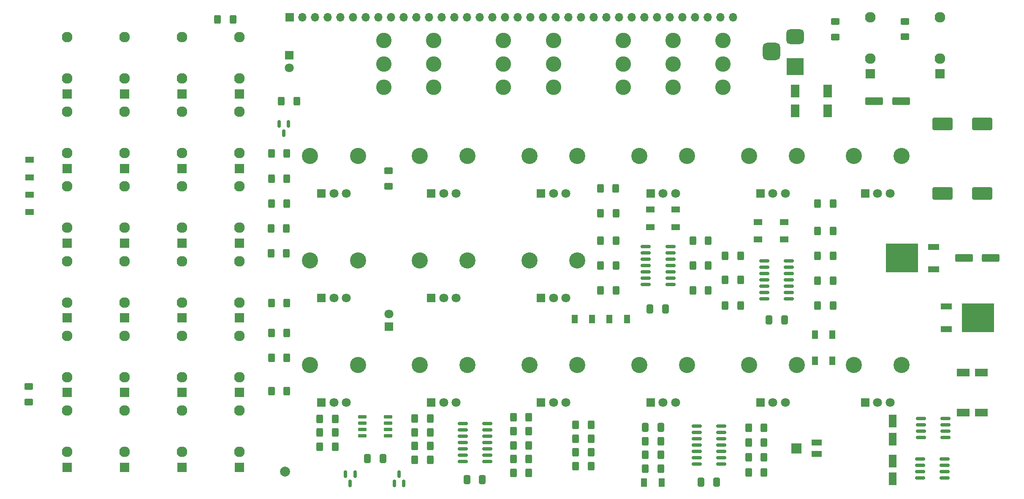
<source format=gbr>
%TF.GenerationSoftware,KiCad,Pcbnew,6.0.9-8da3e8f707~116~ubuntu22.04.1*%
%TF.CreationDate,2022-11-22T22:51:57+01:00*%
%TF.ProjectId,polykit-x-monosynth,706f6c79-6b69-4742-9d78-2d6d6f6e6f73,v0.0.3*%
%TF.SameCoordinates,Original*%
%TF.FileFunction,Soldermask,Top*%
%TF.FilePolarity,Negative*%
%FSLAX46Y46*%
G04 Gerber Fmt 4.6, Leading zero omitted, Abs format (unit mm)*
G04 Created by KiCad (PCBNEW 6.0.9-8da3e8f707~116~ubuntu22.04.1) date 2022-11-22 22:51:57*
%MOMM*%
%LPD*%
G01*
G04 APERTURE LIST*
G04 Aperture macros list*
%AMRoundRect*
0 Rectangle with rounded corners*
0 $1 Rounding radius*
0 $2 $3 $4 $5 $6 $7 $8 $9 X,Y pos of 4 corners*
0 Add a 4 corners polygon primitive as box body*
4,1,4,$2,$3,$4,$5,$6,$7,$8,$9,$2,$3,0*
0 Add four circle primitives for the rounded corners*
1,1,$1+$1,$2,$3*
1,1,$1+$1,$4,$5*
1,1,$1+$1,$6,$7*
1,1,$1+$1,$8,$9*
0 Add four rect primitives between the rounded corners*
20,1,$1+$1,$2,$3,$4,$5,0*
20,1,$1+$1,$4,$5,$6,$7,0*
20,1,$1+$1,$6,$7,$8,$9,0*
20,1,$1+$1,$8,$9,$2,$3,0*%
G04 Aperture macros list end*
%ADD10RoundRect,0.250000X0.625000X-0.400000X0.625000X0.400000X-0.625000X0.400000X-0.625000X-0.400000X0*%
%ADD11R,1.930000X1.830000*%
%ADD12C,2.130000*%
%ADD13C,3.100000*%
%ADD14RoundRect,0.250000X-0.400000X-0.625000X0.400000X-0.625000X0.400000X0.625000X-0.400000X0.625000X0*%
%ADD15RoundRect,0.250000X-0.550000X1.050000X-0.550000X-1.050000X0.550000X-1.050000X0.550000X1.050000X0*%
%ADD16RoundRect,0.250000X-0.412500X-0.650000X0.412500X-0.650000X0.412500X0.650000X-0.412500X0.650000X0*%
%ADD17RoundRect,0.250000X0.400000X0.625000X-0.400000X0.625000X-0.400000X-0.625000X0.400000X-0.625000X0*%
%ADD18RoundRect,0.250000X0.412500X0.650000X-0.412500X0.650000X-0.412500X-0.650000X0.412500X-0.650000X0*%
%ADD19RoundRect,0.150000X-0.150000X0.587500X-0.150000X-0.587500X0.150000X-0.587500X0.150000X0.587500X0*%
%ADD20R,3.500000X3.500000*%
%ADD21RoundRect,0.750000X-1.000000X0.750000X-1.000000X-0.750000X1.000000X-0.750000X1.000000X0.750000X0*%
%ADD22RoundRect,0.875000X-0.875000X0.875000X-0.875000X-0.875000X0.875000X-0.875000X0.875000X0.875000X0*%
%ADD23RoundRect,0.150000X-0.825000X-0.150000X0.825000X-0.150000X0.825000X0.150000X-0.825000X0.150000X0*%
%ADD24R,1.700000X1.300000*%
%ADD25C,3.240000*%
%ADD26R,1.800000X1.800000*%
%ADD27C,1.800000*%
%ADD28R,2.200000X1.200000*%
%ADD29R,6.400000X5.800000*%
%ADD30R,1.300000X1.700000*%
%ADD31RoundRect,0.150000X0.150000X-0.587500X0.150000X0.587500X-0.150000X0.587500X-0.150000X-0.587500X0*%
%ADD32C,2.000000*%
%ADD33R,2.000000X1.300000*%
%ADD34R,2.000000X2.000000*%
%ADD35R,1.700000X1.700000*%
%ADD36O,1.700000X1.700000*%
%ADD37R,1.800000X2.500000*%
%ADD38RoundRect,0.150000X-0.725000X-0.150000X0.725000X-0.150000X0.725000X0.150000X-0.725000X0.150000X0*%
%ADD39RoundRect,0.250000X-1.500000X-0.550000X1.500000X-0.550000X1.500000X0.550000X-1.500000X0.550000X0*%
%ADD40RoundRect,0.250000X1.050000X0.550000X-1.050000X0.550000X-1.050000X-0.550000X1.050000X-0.550000X0*%
%ADD41RoundRect,0.250000X-1.050000X-0.550000X1.050000X-0.550000X1.050000X0.550000X-1.050000X0.550000X0*%
%ADD42RoundRect,0.250000X0.550000X-1.050000X0.550000X1.050000X-0.550000X1.050000X-0.550000X-1.050000X0*%
%ADD43RoundRect,0.250000X1.750000X1.000000X-1.750000X1.000000X-1.750000X-1.000000X1.750000X-1.000000X0*%
%ADD44RoundRect,0.250000X-1.750000X-1.000000X1.750000X-1.000000X1.750000X1.000000X-1.750000X1.000000X0*%
G04 APERTURE END LIST*
D10*
%TO.C,R2*%
X54800000Y-143900000D03*
X54800000Y-140800000D03*
%TD*%
D11*
%TO.C,J23*%
X85500000Y-142000000D03*
D12*
X85500000Y-130600000D03*
X85500000Y-138900000D03*
%TD*%
D13*
%TO.C,SW7*%
X126000000Y-80700000D03*
X126000000Y-76000000D03*
X126000000Y-71300000D03*
%TD*%
D14*
%TO.C,R5*%
X103450000Y-94000000D03*
X106550000Y-94000000D03*
%TD*%
D15*
%TO.C,C7*%
X228000000Y-155750000D03*
X228000000Y-159350000D03*
%TD*%
D11*
%TO.C,J15*%
X74000000Y-112000000D03*
D12*
X74000000Y-100600000D03*
X74000000Y-108900000D03*
%TD*%
D16*
%TO.C,C11*%
X203187500Y-127400000D03*
X206312500Y-127400000D03*
%TD*%
D17*
%TO.C,R22*%
X216050000Y-104000000D03*
X212950000Y-104000000D03*
%TD*%
D14*
%TO.C,R19*%
X164450000Y-151250000D03*
X167550000Y-151250000D03*
%TD*%
D17*
%TO.C,R45*%
X106550000Y-130000000D03*
X103450000Y-130000000D03*
%TD*%
D11*
%TO.C,J18*%
X97000000Y-82000000D03*
D12*
X97000000Y-70600000D03*
X97000000Y-78900000D03*
%TD*%
D18*
%TO.C,C9*%
X181512500Y-149025000D03*
X178387500Y-149025000D03*
%TD*%
D19*
%TO.C,Q2*%
X120200000Y-158362500D03*
X118300000Y-158362500D03*
X119250000Y-160237500D03*
%TD*%
D11*
%TO.C,J16*%
X85500000Y-97000000D03*
D12*
X85500000Y-85600000D03*
X85500000Y-93900000D03*
%TD*%
D19*
%TO.C,Q1*%
X106900000Y-88062500D03*
X105000000Y-88062500D03*
X105950000Y-89937500D03*
%TD*%
D14*
%TO.C,R1*%
X105450000Y-83500000D03*
X108550000Y-83500000D03*
%TD*%
D20*
%TO.C,J7*%
X208457500Y-76500000D03*
D21*
X208457500Y-70500000D03*
D22*
X203757500Y-73500000D03*
%TD*%
D11*
%TO.C,J2*%
X237500000Y-78000000D03*
D12*
X237500000Y-66600000D03*
X237500000Y-74900000D03*
%TD*%
D14*
%TO.C,R47*%
X113160000Y-150050000D03*
X116260000Y-150050000D03*
%TD*%
%TO.C,R43*%
X92650000Y-67000000D03*
X95750000Y-67000000D03*
%TD*%
D11*
%TO.C,J1*%
X223500000Y-78000000D03*
D12*
X223500000Y-66600000D03*
X223500000Y-74900000D03*
%TD*%
D23*
%TO.C,U8*%
X141800000Y-148230000D03*
X141800000Y-149500000D03*
X141800000Y-150770000D03*
X141800000Y-152040000D03*
X141800000Y-153310000D03*
X141800000Y-154580000D03*
X141800000Y-155850000D03*
X146750000Y-155850000D03*
X146750000Y-154580000D03*
X146750000Y-153310000D03*
X146750000Y-152040000D03*
X146750000Y-150770000D03*
X146750000Y-149500000D03*
X146750000Y-148230000D03*
%TD*%
D11*
%TO.C,J9*%
X62500000Y-112000000D03*
D12*
X62500000Y-100600000D03*
X62500000Y-108900000D03*
%TD*%
D13*
%TO.C,SW1*%
X136000000Y-80700000D03*
X136000000Y-76000000D03*
X136000000Y-71300000D03*
%TD*%
D11*
%TO.C,J12*%
X85500000Y-112000000D03*
D12*
X85500000Y-100600000D03*
X85500000Y-108900000D03*
%TD*%
D24*
%TO.C,D14*%
X55000000Y-105750000D03*
X55000000Y-102250000D03*
%TD*%
D25*
%TO.C,RV9*%
X208800000Y-136500000D03*
X199200000Y-136500000D03*
D26*
X201500000Y-144000000D03*
D27*
X204000000Y-144000000D03*
X206500000Y-144000000D03*
%TD*%
D25*
%TO.C,RV2*%
X155200000Y-115500000D03*
X164800000Y-115500000D03*
D26*
X157500000Y-123000000D03*
D27*
X160000000Y-123000000D03*
X162500000Y-123000000D03*
%TD*%
D13*
%TO.C,SW3*%
X184000000Y-71300000D03*
X184000000Y-76000000D03*
X184000000Y-80700000D03*
%TD*%
D26*
%TO.C,D5*%
X127000000Y-128750000D03*
D27*
X127000000Y-126210000D03*
%TD*%
D14*
%TO.C,R13*%
X199125000Y-155040000D03*
X202225000Y-155040000D03*
%TD*%
D11*
%TO.C,J4*%
X74000000Y-82000000D03*
D12*
X74000000Y-70600000D03*
X74000000Y-78900000D03*
%TD*%
D17*
%TO.C,R52*%
X155050000Y-152600000D03*
X151950000Y-152600000D03*
%TD*%
D14*
%TO.C,R16*%
X164450000Y-156750000D03*
X167550000Y-156750000D03*
%TD*%
D13*
%TO.C,SW5*%
X150000000Y-80700000D03*
X150000000Y-76000000D03*
X150000000Y-71300000D03*
%TD*%
D25*
%TO.C,RV16*%
X120800000Y-94500000D03*
X111200000Y-94500000D03*
D26*
X113500000Y-102000000D03*
D27*
X116000000Y-102000000D03*
X118500000Y-102000000D03*
%TD*%
D10*
%TO.C,R4*%
X230500000Y-70550000D03*
X230500000Y-67450000D03*
%TD*%
D17*
%TO.C,R18*%
X167550000Y-154000000D03*
X164450000Y-154000000D03*
%TD*%
D25*
%TO.C,RV4*%
X133200000Y-136500000D03*
X142800000Y-136500000D03*
D26*
X135500000Y-144000000D03*
D27*
X138000000Y-144000000D03*
X140500000Y-144000000D03*
%TD*%
D25*
%TO.C,RV7*%
X155200000Y-136500000D03*
X164800000Y-136500000D03*
D26*
X157500000Y-144000000D03*
D27*
X160000000Y-144000000D03*
X162500000Y-144000000D03*
%TD*%
D28*
%TO.C,U1*%
X238800000Y-124720000D03*
D29*
X245100000Y-127000000D03*
D28*
X238800000Y-129280000D03*
%TD*%
D30*
%TO.C,D13*%
X212450000Y-130400000D03*
X215950000Y-130400000D03*
%TD*%
D31*
%TO.C,Q3*%
X128075000Y-160262500D03*
X129975000Y-160262500D03*
X129025000Y-158387500D03*
%TD*%
D11*
%TO.C,J27*%
X85500000Y-127000000D03*
D12*
X85500000Y-115600000D03*
X85500000Y-123900000D03*
%TD*%
D24*
%TO.C,D6*%
X201000000Y-107750000D03*
X201000000Y-111250000D03*
%TD*%
D17*
%TO.C,R57*%
X155050000Y-147000000D03*
X151950000Y-147000000D03*
%TD*%
D32*
%TO.C,J25*%
X106190000Y-157900000D03*
%TD*%
D25*
%TO.C,RV8*%
X177200000Y-136500000D03*
X186800000Y-136500000D03*
D26*
X179500000Y-144000000D03*
D27*
X182000000Y-144000000D03*
X184500000Y-144000000D03*
%TD*%
D14*
%TO.C,R12*%
X199125000Y-152040000D03*
X202225000Y-152040000D03*
%TD*%
D17*
%TO.C,R58*%
X106550000Y-124000000D03*
X103450000Y-124000000D03*
%TD*%
D25*
%TO.C,RV1*%
X133200000Y-115500000D03*
X142800000Y-115500000D03*
D26*
X135500000Y-123000000D03*
D27*
X138000000Y-123000000D03*
X140500000Y-123000000D03*
%TD*%
D30*
%TO.C,D12*%
X212450000Y-135600000D03*
X215950000Y-135600000D03*
%TD*%
D25*
%TO.C,RV10*%
X229800000Y-136500000D03*
X220200000Y-136500000D03*
D26*
X222500000Y-144000000D03*
D27*
X225000000Y-144000000D03*
X227500000Y-144000000D03*
%TD*%
D33*
%TO.C,RV3*%
X212750000Y-154368500D03*
D34*
X208750000Y-153218500D03*
D33*
X212750000Y-152068500D03*
%TD*%
D14*
%TO.C,R11*%
X178400000Y-154500000D03*
X181500000Y-154500000D03*
%TD*%
%TO.C,R38*%
X187950000Y-116500000D03*
X191050000Y-116500000D03*
%TD*%
D10*
%TO.C,R42*%
X126900000Y-100550000D03*
X126900000Y-97450000D03*
%TD*%
D14*
%TO.C,R10*%
X178425000Y-151750000D03*
X181525000Y-151750000D03*
%TD*%
%TO.C,R24*%
X194450000Y-114500000D03*
X197550000Y-114500000D03*
%TD*%
%TO.C,R50*%
X132200000Y-152750000D03*
X135300000Y-152750000D03*
%TD*%
%TO.C,R54*%
X132200000Y-147250000D03*
X135300000Y-147250000D03*
%TD*%
%TO.C,R21*%
X103450000Y-141750000D03*
X106550000Y-141750000D03*
%TD*%
%TO.C,R23*%
X103350000Y-114000000D03*
X106450000Y-114000000D03*
%TD*%
D28*
%TO.C,U2*%
X236200000Y-117280000D03*
D29*
X229900000Y-115000000D03*
D28*
X236200000Y-112720000D03*
%TD*%
D35*
%TO.C,J6*%
X107150000Y-66600000D03*
D36*
X109690000Y-66600000D03*
X112230000Y-66600000D03*
X114770000Y-66600000D03*
X117310000Y-66600000D03*
X119850000Y-66600000D03*
X122390000Y-66600000D03*
X124930000Y-66600000D03*
X127470000Y-66600000D03*
X130010000Y-66600000D03*
X132550000Y-66600000D03*
X135090000Y-66600000D03*
X137630000Y-66600000D03*
X140170000Y-66600000D03*
X142710000Y-66600000D03*
X145250000Y-66600000D03*
X147790000Y-66600000D03*
X150330000Y-66600000D03*
X152870000Y-66600000D03*
X155410000Y-66600000D03*
X157950000Y-66600000D03*
X160490000Y-66600000D03*
X163030000Y-66600000D03*
X165570000Y-66600000D03*
X168110000Y-66600000D03*
X170650000Y-66600000D03*
X173190000Y-66600000D03*
X175730000Y-66600000D03*
X178270000Y-66600000D03*
X180810000Y-66600000D03*
X183350000Y-66600000D03*
X185890000Y-66600000D03*
X188430000Y-66600000D03*
X190970000Y-66600000D03*
X193510000Y-66600000D03*
X196050000Y-66600000D03*
%TD*%
D24*
%TO.C,D10*%
X184500000Y-105250000D03*
X184500000Y-108750000D03*
%TD*%
D16*
%TO.C,C10*%
X189612500Y-160040000D03*
X192737500Y-160040000D03*
%TD*%
D14*
%TO.C,R17*%
X164450000Y-148500000D03*
X167550000Y-148500000D03*
%TD*%
D37*
%TO.C,D2*%
X215000000Y-81400000D03*
X215000000Y-85400000D03*
%TD*%
D11*
%TO.C,J11*%
X97000000Y-112000000D03*
D12*
X97000000Y-100600000D03*
X97000000Y-108900000D03*
%TD*%
D14*
%TO.C,R26*%
X194450000Y-124500000D03*
X197550000Y-124500000D03*
%TD*%
D38*
%TO.C,U9*%
X121675000Y-146845000D03*
X121675000Y-148115000D03*
X121675000Y-149385000D03*
X121675000Y-150655000D03*
X126825000Y-150655000D03*
X126825000Y-149385000D03*
X126825000Y-148115000D03*
X126825000Y-146845000D03*
%TD*%
D11*
%TO.C,J17*%
X97000000Y-97000000D03*
D12*
X97000000Y-85600000D03*
X97000000Y-93900000D03*
%TD*%
D14*
%TO.C,R14*%
X178400000Y-157250000D03*
X181500000Y-157250000D03*
%TD*%
D39*
%TO.C,C4*%
X224300000Y-83500000D03*
X229700000Y-83500000D03*
%TD*%
D11*
%TO.C,J22*%
X74000000Y-142000000D03*
D12*
X74000000Y-130600000D03*
X74000000Y-138900000D03*
%TD*%
D26*
%TO.C,D1*%
X107000000Y-74225000D03*
D27*
X107000000Y-76765000D03*
%TD*%
D14*
%TO.C,R48*%
X113150000Y-152880000D03*
X116250000Y-152880000D03*
%TD*%
%TO.C,R34*%
X212950000Y-124500000D03*
X216050000Y-124500000D03*
%TD*%
D11*
%TO.C,J10*%
X74000000Y-97000000D03*
D12*
X74000000Y-85600000D03*
X74000000Y-93900000D03*
%TD*%
D17*
%TO.C,R56*%
X155050000Y-149750000D03*
X151950000Y-149750000D03*
%TD*%
D11*
%TO.C,J8*%
X74000000Y-157000000D03*
D12*
X74000000Y-145600000D03*
X74000000Y-153900000D03*
%TD*%
D11*
%TO.C,J20*%
X85500000Y-157000000D03*
D12*
X85500000Y-145600000D03*
X85500000Y-153900000D03*
%TD*%
D11*
%TO.C,J13*%
X62500000Y-82000000D03*
D12*
X62500000Y-70600000D03*
X62500000Y-78900000D03*
%TD*%
D10*
%TO.C,R3*%
X216500000Y-70600000D03*
X216500000Y-67500000D03*
%TD*%
D25*
%TO.C,RV13*%
X164800000Y-94500000D03*
X155200000Y-94500000D03*
D26*
X157500000Y-102000000D03*
D27*
X160000000Y-102000000D03*
X162500000Y-102000000D03*
%TD*%
D11*
%TO.C,J14*%
X62500000Y-97000000D03*
D12*
X62500000Y-85600000D03*
X62500000Y-93900000D03*
%TD*%
D11*
%TO.C,J28*%
X97000000Y-157000000D03*
D12*
X97000000Y-145600000D03*
X97000000Y-153900000D03*
%TD*%
D40*
%TO.C,C6*%
X245800000Y-146000000D03*
X242200000Y-146000000D03*
%TD*%
D14*
%TO.C,R51*%
X132200000Y-150000000D03*
X135300000Y-150000000D03*
%TD*%
%TO.C,R32*%
X103450000Y-99000000D03*
X106550000Y-99000000D03*
%TD*%
D24*
%TO.C,D15*%
X55000000Y-98750000D03*
X55000000Y-95250000D03*
%TD*%
%TO.C,D11*%
X179400000Y-108750000D03*
X179400000Y-105250000D03*
%TD*%
D14*
%TO.C,R28*%
X103450000Y-104000000D03*
X106550000Y-104000000D03*
%TD*%
%TO.C,R35*%
X187950000Y-121500000D03*
X191050000Y-121500000D03*
%TD*%
D17*
%TO.C,R49*%
X135300000Y-155500000D03*
X132200000Y-155500000D03*
%TD*%
D11*
%TO.C,J5*%
X85500000Y-82000000D03*
D12*
X85500000Y-70600000D03*
X85500000Y-78900000D03*
%TD*%
D11*
%TO.C,J26*%
X74000000Y-127000000D03*
D12*
X74000000Y-115600000D03*
X74000000Y-123900000D03*
%TD*%
D25*
%TO.C,RV6*%
X229800000Y-94500000D03*
X220200000Y-94500000D03*
D26*
X222500000Y-102000000D03*
D27*
X225000000Y-102000000D03*
X227500000Y-102000000D03*
%TD*%
D30*
%TO.C,D4*%
X178180000Y-160110000D03*
X181680000Y-160110000D03*
%TD*%
D17*
%TO.C,R41*%
X191050000Y-111500000D03*
X187950000Y-111500000D03*
%TD*%
D25*
%TO.C,RV12*%
X199200000Y-94500000D03*
X208800000Y-94500000D03*
D26*
X201500000Y-102000000D03*
D27*
X204000000Y-102000000D03*
X206500000Y-102000000D03*
%TD*%
D17*
%TO.C,R27*%
X172550000Y-106000000D03*
X169450000Y-106000000D03*
%TD*%
D14*
%TO.C,R30*%
X103350000Y-109000000D03*
X106450000Y-109000000D03*
%TD*%
D23*
%TO.C,U4*%
X233675000Y-147195000D03*
X233675000Y-148465000D03*
X233675000Y-149735000D03*
X233675000Y-151005000D03*
X238625000Y-151005000D03*
X238625000Y-149735000D03*
X238625000Y-148465000D03*
X238625000Y-147195000D03*
%TD*%
D11*
%TO.C,J19*%
X97000000Y-142000000D03*
D12*
X97000000Y-130600000D03*
X97000000Y-138900000D03*
%TD*%
D25*
%TO.C,RV11*%
X186800000Y-94500000D03*
X177200000Y-94500000D03*
D26*
X179500000Y-102000000D03*
D27*
X182000000Y-102000000D03*
X184500000Y-102000000D03*
%TD*%
D16*
%TO.C,C13*%
X142637500Y-159500000D03*
X145762500Y-159500000D03*
%TD*%
D25*
%TO.C,RV5*%
X111200000Y-136500000D03*
X120800000Y-136500000D03*
D26*
X113500000Y-144000000D03*
D27*
X116000000Y-144000000D03*
X118500000Y-144000000D03*
%TD*%
D17*
%TO.C,R40*%
X216050000Y-114500000D03*
X212950000Y-114500000D03*
%TD*%
D41*
%TO.C,C5*%
X242200000Y-138000000D03*
X245800000Y-138000000D03*
%TD*%
D11*
%TO.C,J21*%
X62500000Y-127000000D03*
D12*
X62500000Y-115600000D03*
X62500000Y-123900000D03*
%TD*%
D25*
%TO.C,RV14*%
X142800000Y-94500000D03*
X133200000Y-94500000D03*
D26*
X135500000Y-102000000D03*
D27*
X138000000Y-102000000D03*
X140500000Y-102000000D03*
%TD*%
D25*
%TO.C,RV15*%
X111200000Y-115500000D03*
X120800000Y-115500000D03*
D26*
X113500000Y-123000000D03*
D27*
X116000000Y-123000000D03*
X118500000Y-123000000D03*
%TD*%
D14*
%TO.C,R29*%
X212950000Y-109500000D03*
X216050000Y-109500000D03*
%TD*%
%TO.C,R39*%
X169450000Y-121500000D03*
X172550000Y-121500000D03*
%TD*%
D11*
%TO.C,J24*%
X62500000Y-142000000D03*
D12*
X62500000Y-130600000D03*
X62500000Y-138900000D03*
%TD*%
D23*
%TO.C,U5*%
X188700000Y-148730000D03*
X188700000Y-150000000D03*
X188700000Y-151270000D03*
X188700000Y-152540000D03*
X188700000Y-153810000D03*
X188700000Y-155080000D03*
X188700000Y-156350000D03*
X193650000Y-156350000D03*
X193650000Y-155080000D03*
X193650000Y-153810000D03*
X193650000Y-152540000D03*
X193650000Y-151270000D03*
X193650000Y-150000000D03*
X193650000Y-148730000D03*
%TD*%
D13*
%TO.C,SW4*%
X174000000Y-71300000D03*
X174000000Y-76000000D03*
X174000000Y-80700000D03*
%TD*%
D23*
%TO.C,U6*%
X202275000Y-115590000D03*
X202275000Y-116860000D03*
X202275000Y-118130000D03*
X202275000Y-119400000D03*
X202275000Y-120670000D03*
X202275000Y-121940000D03*
X202275000Y-123210000D03*
X207225000Y-123210000D03*
X207225000Y-121940000D03*
X207225000Y-120670000D03*
X207225000Y-119400000D03*
X207225000Y-118130000D03*
X207225000Y-116860000D03*
X207225000Y-115590000D03*
%TD*%
D42*
%TO.C,C8*%
X228000000Y-151350000D03*
X228000000Y-147750000D03*
%TD*%
D17*
%TO.C,R46*%
X106550000Y-135000000D03*
X103450000Y-135000000D03*
%TD*%
D14*
%TO.C,R44*%
X113150000Y-147280000D03*
X116250000Y-147280000D03*
%TD*%
D37*
%TO.C,D3*%
X208500000Y-81400000D03*
X208500000Y-85400000D03*
%TD*%
D14*
%TO.C,R31*%
X169400000Y-101000000D03*
X172500000Y-101000000D03*
%TD*%
D16*
%TO.C,C12*%
X179337500Y-125200000D03*
X182462500Y-125200000D03*
%TD*%
D13*
%TO.C,SW2*%
X194000000Y-71300000D03*
X194000000Y-76000000D03*
X194000000Y-80700000D03*
%TD*%
D17*
%TO.C,R53*%
X155050000Y-155350000D03*
X151950000Y-155350000D03*
%TD*%
D11*
%TO.C,J3*%
X62500000Y-157000000D03*
D12*
X62500000Y-145600000D03*
X62500000Y-153900000D03*
%TD*%
D13*
%TO.C,SW6*%
X160000000Y-80700000D03*
X160000000Y-76000000D03*
X160000000Y-71300000D03*
%TD*%
D43*
%TO.C,C2*%
X246000000Y-102000000D03*
X238000000Y-102000000D03*
%TD*%
D23*
%TO.C,U7*%
X178525000Y-112690000D03*
X178525000Y-113960000D03*
X178525000Y-115230000D03*
X178525000Y-116500000D03*
X178525000Y-117770000D03*
X178525000Y-119040000D03*
X178525000Y-120310000D03*
X183475000Y-120310000D03*
X183475000Y-119040000D03*
X183475000Y-117770000D03*
X183475000Y-116500000D03*
X183475000Y-115230000D03*
X183475000Y-113960000D03*
X183475000Y-112690000D03*
%TD*%
D11*
%TO.C,J29*%
X97000000Y-127000000D03*
D12*
X97000000Y-115600000D03*
X97000000Y-123900000D03*
%TD*%
D14*
%TO.C,R55*%
X151950000Y-158100000D03*
X155050000Y-158100000D03*
%TD*%
D24*
%TO.C,D7*%
X206300000Y-107750000D03*
X206300000Y-111250000D03*
%TD*%
D44*
%TO.C,C1*%
X238000000Y-88000000D03*
X246000000Y-88000000D03*
%TD*%
D39*
%TO.C,C3*%
X242300000Y-115000000D03*
X247700000Y-115000000D03*
%TD*%
D14*
%TO.C,R20*%
X199125000Y-149040000D03*
X202225000Y-149040000D03*
%TD*%
D30*
%TO.C,D8*%
X164250000Y-127200000D03*
X167750000Y-127200000D03*
%TD*%
D14*
%TO.C,R25*%
X194450000Y-119400000D03*
X197550000Y-119400000D03*
%TD*%
%TO.C,R33*%
X169450000Y-111500000D03*
X172550000Y-111500000D03*
%TD*%
%TO.C,R37*%
X212950000Y-119500000D03*
X216050000Y-119500000D03*
%TD*%
%TO.C,R15*%
X199125000Y-158040000D03*
X202225000Y-158040000D03*
%TD*%
D23*
%TO.C,U3*%
X233525000Y-155345000D03*
X233525000Y-156615000D03*
X233525000Y-157885000D03*
X233525000Y-159155000D03*
X238475000Y-159155000D03*
X238475000Y-157885000D03*
X238475000Y-156615000D03*
X238475000Y-155345000D03*
%TD*%
D18*
%TO.C,C14*%
X125812500Y-155250000D03*
X122687500Y-155250000D03*
%TD*%
D14*
%TO.C,R36*%
X169450000Y-116500000D03*
X172550000Y-116500000D03*
%TD*%
D30*
%TO.C,D9*%
X171250000Y-127200000D03*
X174750000Y-127200000D03*
%TD*%
M02*

</source>
